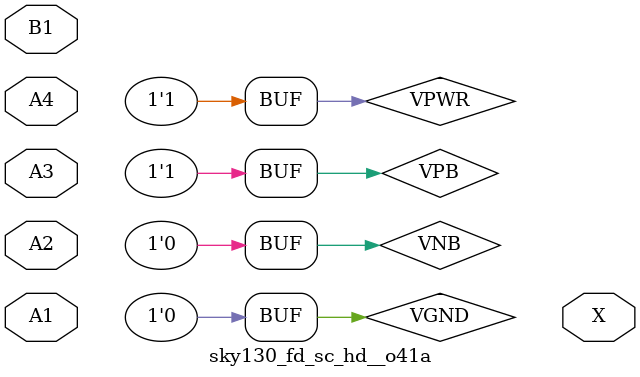
<source format=v>
module sky130_fd_sc_hd__o41a (
    //# {{data|Data Signals}}
    input  A1,
    input  A2,
    input  A3,
    input  A4,
    input  B1,
    output X
);
    // Voltage supply signals
    supply1 VPWR;
    supply0 VGND;
    supply1 VPB ;
    supply0 VNB ;
endmodule
</source>
